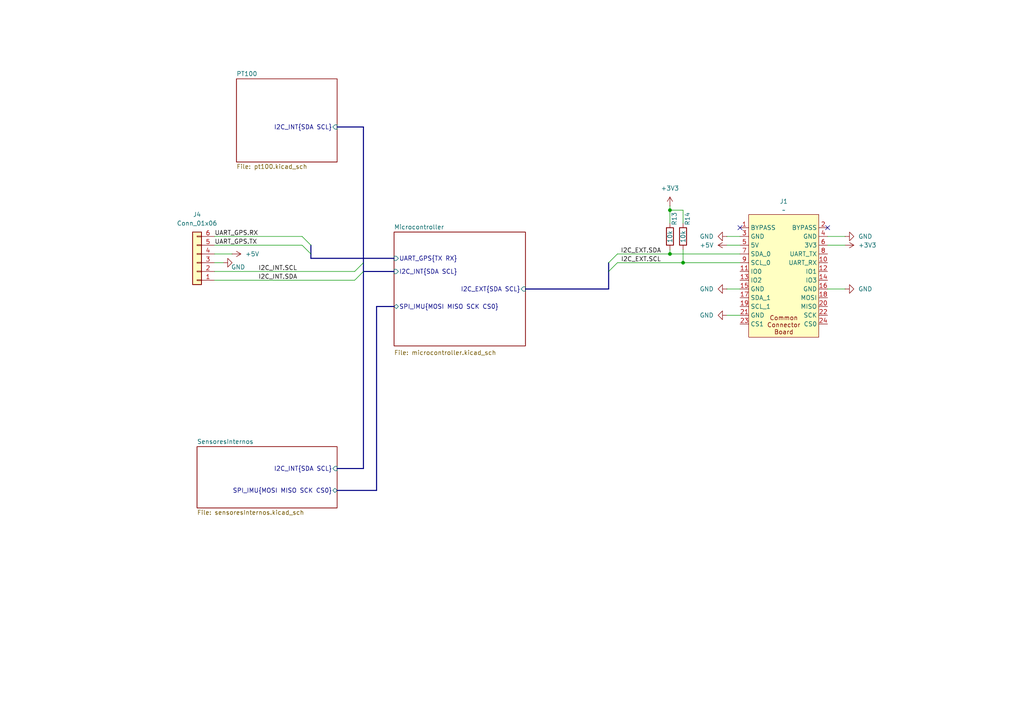
<source format=kicad_sch>
(kicad_sch (version 20250114) (generator "eeschema") (generator_version "9.0")
  (paper "A4")
  (lib_symbols
    (symbol "Connector_Generic:Conn_01x06" (pin_names (offset 1.016) (hide yes))
      (property "Reference" "J" (at 0 7.62 0))
      (property "Value" "Conn_01x06" (at 0 -10.16 0))
      (symbol "Conn_01x06_1_1"
        (rectangle (start -1.27 6.35) (end 1.27 -8.89) (stroke (width 0.254)) (fill (type background)))
        (rectangle (start -1.27 5.207) (end 0 4.953) (stroke (width 0.1524)))
        (rectangle (start -1.27 2.667) (end 0 2.413) (stroke (width 0.1524)))
        (rectangle (start -1.27 0.127) (end 0 -0.127) (stroke (width 0.1524)))
        (rectangle (start -1.27 -2.413) (end 0 -2.667) (stroke (width 0.1524)))
        (rectangle (start -1.27 -4.953) (end 0 -5.207) (stroke (width 0.1524)))
        (rectangle (start -1.27 -7.493) (end 0 -7.747) (stroke (width 0.1524)))
        (pin passive line (at -5.08 5.08 0) (length 3.81) (name "Pin_1") (number "1"))
        (pin passive line (at -5.08 2.54 0) (length 3.81) (name "Pin_2") (number "2"))
        (pin passive line (at -5.08 0 0) (length 3.81) (name "Pin_3") (number "3"))
        (pin passive line (at -5.08 -2.54 0) (length 3.81) (name "Pin_4") (number "4"))
        (pin passive line (at -5.08 -5.08 0) (length 3.81) (name "Pin_5") (number "5"))
        (pin passive line (at -5.08 -7.62 0) (length 3.81) (name "Pin_6") (number "6"))
      )
    )
    (symbol "Device:R" (pin_numbers (hide yes)) (pin_names (offset 0))
      (property "Reference" "R" (at 2.032 0 90))
      (property "Value" "R" (at 0 0 90))
      (symbol "R_0_1"
        (rectangle (start -1.016 -2.54) (end 1.016 2.54) (stroke (width 0.254)))
      )
      (symbol "R_1_1"
        (pin passive line (at 0 3.81 270) (length 1.27) (name "~") (number "1"))
        (pin passive line (at 0 -3.81 90) (length 1.27) (name "~") (number "2"))
      )
    )
    (symbol "IcaroLib:Conector_General_Tarjetas"
      (property "Reference" "J" (at -1.524 18.034 0))
      (symbol "Conector_General_Tarjetas_0_0"
        (pin power_out line (at -12.7 12.7 0) (length 2.54) (name "BYPASS") (number "1"))
        (pin power_in line (at -12.7 10.16 0) (length 2.54) (name "GND") (number "3"))
        (pin power_out line (at -12.7 7.62 0) (length 2.54) (name "5V") (number "5"))
        (pin bidirectional line (at -12.7 5.08 0) (length 2.54) (name "SDA_0") (number "7"))
        (pin bidirectional line (at -12.7 2.54 0) (length 2.54) (name "SCL_0") (number "9"))
        (pin bidirectional line (at -12.7 0 0) (length 2.54) (name "IO0") (number "11"))
        (pin bidirectional line (at -12.7 -2.54 0) (length 2.54) (name "IO2") (number "13"))
        (pin bidirectional line (at -12.7 -5.08 0) (length 2.54) (name "GND") (number "15"))
        (pin bidirectional line (at -12.7 -7.62 0) (length 2.54) (name "SDA_1") (number "17"))
        (pin bidirectional line (at -12.7 -10.16 0) (length 2.54) (name "SCL_1") (number "19"))
        (pin power_out line (at 12.7 12.7 180) (length 2.54) (name "BYPASS") (number "2"))
        (pin power_in line (at 12.7 10.16 180) (length 2.54) (name "GND") (number "4"))
        (pin power_out line (at 12.7 7.62 180) (length 2.54) (name "3V3") (number "6"))
        (pin bidirectional line (at 12.7 5.08 180) (length 2.54) (name "UART_TX") (number "8"))
        (pin bidirectional line (at 12.7 2.54 180) (length 2.54) (name "UART_RX") (number "10"))
        (pin bidirectional line (at 12.7 0 180) (length 2.54) (name "IO1") (number "12"))
        (pin bidirectional line (at 12.7 -2.54 180) (length 2.54) (name "IO3") (number "14"))
        (pin bidirectional line (at 12.7 -5.08 180) (length 2.54) (name "GND") (number "16"))
        (pin bidirectional line (at 12.7 -7.62 180) (length 2.54) (name "MOSI") (number "18"))
        (pin bidirectional line (at 12.7 -10.16 180) (length 2.54) (name "MISO") (number "20"))
      )
      (symbol "Conector_General_Tarjetas_0_1"
        (rectangle (start -10.16 16.51) (end 10.16 -19.05) (fill (type background)))
      )
      (symbol "Conector_General_Tarjetas_1_0"
        (pin bidirectional line (at -12.7 -12.7 0) (length 2.54) (name "GND") (number "21"))
        (pin bidirectional line (at -12.7 -15.24 0) (length 2.54) (name "CS1") (number "23"))
        (pin bidirectional line (at 12.7 -12.7 180) (length 2.54) (name "SCK") (number "22"))
        (pin bidirectional line (at 12.7 -15.24 180) (length 2.54) (name "CS0") (number "24"))
      )
      (symbol "Conector_General_Tarjetas_1_1"
        (text "Common\nConnector\nBoard" (at 0 -15.494 0) (effects (font (size 1.27 1.27))))
      )
    )
    (symbol "power:+3V3" (power) (pin_numbers (hide yes)) (pin_names (offset 0) (hide yes))
      (property "Value" "+3V3" (at 0 3.556 0))
      (symbol "+3V3_0_1"
        (polyline (pts (xy -0.762 1.27) (xy 0 2.54)))
        (polyline (pts (xy 0 2.54) (xy 0.762 1.27)))
        (polyline (pts (xy 0 0) (xy 0 2.54)))
      )
      (symbol "+3V3_1_1"
        (pin power_in line (at 0 0 90) (length 0) (name "~") (number "1"))
      )
    )
    (symbol "power:+5V" (power) (pin_numbers (hide yes)) (pin_names (offset 0) (hide yes))
      (property "Value" "+5V" (at 0 3.556 0))
      (symbol "+5V_0_1"
        (polyline (pts (xy -0.762 1.27) (xy 0 2.54)))
        (polyline (pts (xy 0 2.54) (xy 0.762 1.27)))
        (polyline (pts (xy 0 0) (xy 0 2.54)))
      )
      (symbol "+5V_1_1"
        (pin power_in line (at 0 0 90) (length 0) (name "~") (number "1"))
      )
    )
    (symbol "power:GND" (power) (pin_numbers (hide yes)) (pin_names (offset 0) (hide yes))
      (property "Value" "GND" (at 0 -3.81 0))
      (symbol "GND_0_1"
        (polyline (pts (xy 0 0) (xy 0 -1.27) (xy 1.27 -1.27) (xy 0 -2.54) (xy -1.27 -1.27) (xy 0 -1.27)))
      )
      (symbol "GND_1_1"
        (pin power_in line (at 0 0 270) (length 0) (name "~") (number "1"))
      )
    )
  )
  (junction (at 194.31 60.96))
  (junction (at 198.12 76.2))
  (junction (at 194.31 73.66))
  (no_connect (at 240.03 66.04))
  (no_connect (at 214.63 66.04))
  (bus_entry (at 90.17 71.12) (size -2.54 -2.54))
  (bus_entry (at 176.53 76.2) (size 2.54 -2.54))
  (bus_entry (at 176.53 78.74) (size 2.54 -2.54))
  (bus_entry (at 105.41 78.74) (size -2.54 2.54))
  (bus_entry (at 105.41 76.2) (size -2.54 2.54))
  (bus_entry (at 90.17 73.66) (size -2.54 -2.54))
  (bus (pts (xy 105.41 78.74) (xy 105.41 135.89)))
  (bus (pts (xy 97.79 135.89) (xy 105.41 135.89)))
  (wire (pts (xy 194.31 59.69) (xy 194.31 60.96)))
  (wire (pts (xy 210.82 68.58) (xy 214.63 68.58)))
  (bus (pts (xy 97.79 36.83) (xy 105.41 36.83)))
  (wire (pts (xy 210.82 83.82) (xy 214.63 83.82)))
  (wire (pts (xy 62.23 78.74) (xy 102.87 78.74)))
  (wire (pts (xy 62.23 73.66) (xy 67.31 73.66)))
  (wire (pts (xy 194.31 60.96) (xy 194.31 64.77)))
  (wire (pts (xy 210.82 91.44) (xy 214.63 91.44)))
  (bus (pts (xy 90.17 73.66) (xy 90.17 74.93)))
  (wire (pts (xy 198.12 64.77) (xy 198.12 60.96)))
  (wire (pts (xy 87.63 68.58) (xy 62.23 68.58)))
  (wire (pts (xy 194.31 72.39) (xy 194.31 73.66)))
  (wire (pts (xy 194.31 73.66) (xy 214.63 73.66)))
  (wire (pts (xy 198.12 60.96) (xy 194.31 60.96)))
  (bus (pts (xy 109.22 88.9) (xy 114.3 88.9)))
  (bus (pts (xy 105.41 78.74) (xy 114.3 78.74)))
  (wire (pts (xy 240.03 68.58) (xy 245.11 68.58)))
  (wire (pts (xy 62.23 76.2) (xy 64.77 76.2)))
  (bus (pts (xy 90.17 74.93) (xy 114.3 74.93)))
  (bus (pts (xy 152.4 83.82) (xy 176.53 83.82)))
  (bus (pts (xy 176.53 78.74) (xy 176.53 83.82)))
  (bus (pts (xy 105.41 78.74) (xy 105.41 76.2)))
  (bus (pts (xy 176.53 76.2) (xy 176.53 78.74)))
  (wire (pts (xy 240.03 83.82) (xy 245.11 83.82)))
  (bus (pts (xy 97.79 142.24) (xy 109.22 142.24)))
  (wire (pts (xy 179.07 73.66) (xy 194.31 73.66)))
  (wire (pts (xy 240.03 71.12) (xy 245.11 71.12)))
  (wire (pts (xy 62.23 81.28) (xy 102.87 81.28)))
  (wire (pts (xy 179.07 76.2) (xy 198.12 76.2)))
  (bus (pts (xy 105.41 36.83) (xy 105.41 76.2)))
  (wire (pts (xy 198.12 76.2) (xy 214.63 76.2)))
  (wire (pts (xy 62.23 71.12) (xy 87.63 71.12)))
  (wire (pts (xy 210.82 71.12) (xy 214.63 71.12)))
  (bus (pts (xy 90.17 71.12) (xy 90.17 73.66)))
  (bus (pts (xy 109.22 142.24) (xy 109.22 88.9)))
  (wire (pts (xy 198.12 72.39) (xy 198.12 76.2)))
  (label "UART_GPS.TX" (at 62.23 71.12 0))
  (label "I2C_INT.SDA" (at 74.93 81.28 0))
  (label "UART_GPS.RX" (at 62.23 68.58 0))
  (label "I2C_EXT.SCL" (at 191.77 76.2 180))
  (label "I2C_INT.SCL" (at 74.93 78.74 0))
  (label "I2C_EXT.SDA" (at 191.77 73.66 180))
  (symbol (lib_id "power:GND") (at 210.82 91.44 270) (unit 1)
    (property "Reference" "#PWR07" (effects (hide yes)))
    (property "Value" "GND" (at 207.01 91.4399 90) (effects (justify right)))
    (property "Description" "Power symbol creates a global label with name \"GND\" , ground" (effects (hide yes)))
  )
  (symbol (lib_id "power:GND") (at 245.11 68.58 90) (unit 1)
    (property "Reference" "#PWR03" (effects (hide yes)))
    (property "Value" "GND" (at 248.92 68.5799 90) (effects (justify right)))
    (property "Description" "Power symbol creates a global label with name \"GND\" , ground" (effects (hide yes)))
  )
  (symbol (lib_id "Connector_Generic:Conn_01x06") (at 57.15 76.2 180) (unit 1)
    (property "Reference" "J4" (at 57.15 62.23 0))
    (property "Value" "Conn_01x06" (at 57.15 64.77 0))
    (property "Footprint" "Connector_JST:JST_ZH_S6B-ZR-SM4A-TF_1x06-1MP_P1.50mm_Horizontal" (effects (hide yes)))
    (property "Description" "Generic connector, single row, 01x06, script generated (kicad-library-utils/schlib/autogen/connector/)" (effects (hide yes)))
  )
  (symbol (lib_id "power:GND") (at 245.11 83.82 90) (unit 1)
    (property "Reference" "#PWR06" (effects (hide yes)))
    (property "Value" "GND" (at 248.92 83.8199 90) (effects (justify right)))
    (property "Description" "Power symbol creates a global label with name \"GND\" , ground" (effects (hide yes)))
  )
  (symbol (lib_id "power:GND") (at 64.77 76.2 90) (mirror x) (unit 1)
    (property "Reference" "#PWR041" (effects (hide yes)))
    (property "Value" "GND" (at 71.12 77.47 90) (effects (justify left)))
  )
  (symbol (lib_id "IcaroLib:Conector_General_Tarjetas") (at 227.33 78.74 0) (unit 1)
    (property "Reference" "J1" (at 227.33 58.42 0))
    (property "Value" "~" (at 227.33 60.96 0))
    (property "Footprint" "IcaroFootprints:Connector_Icaro_Edge_tarjeta" (effects (hide yes)))
  )
  (symbol (lib_id "power:+5V") (at 67.31 73.66 270) (unit 1)
    (property "Reference" "#PWR040" (effects (hide yes)))
    (property "Value" "+5V" (at 71.12 73.6599 90) (effects (justify left)))
    (property "Description" "Power symbol creates a global label with name \"+5V\"" (effects (hide yes)))
  )
  (symbol (lib_id "power:GND") (at 210.82 83.82 270) (unit 1)
    (property "Reference" "#PWR05" (effects (hide yes)))
    (property "Value" "GND" (at 207.01 83.8199 90) (effects (justify right)))
    (property "Description" "Power symbol creates a global label with name \"GND\" , ground" (effects (hide yes)))
  )
  (symbol (lib_id "Device:R") (at 198.12 68.58 180) (unit 1)
    (property "Reference" "R14" (at 199.39 65.405 90) (effects (justify right)))
    (property "Value" "10k" (at 198.12 70.485 90) (effects (justify right)))
    (property "Footprint" "Resistor_SMD:R_0603_1608Metric_Pad0.98x0.95mm_HandSolder" (effects (hide yes)))
  )
  (symbol (lib_id "power:+5V") (at 210.82 71.12 90) (unit 1)
    (property "Reference" "#PWR04" (effects (hide yes)))
    (property "Value" "+5V" (at 207.01 71.1199 90) (effects (justify left)))
    (property "Description" "Power symbol creates a global label with name \"+5V\"" (effects (hide yes)))
  )
  (symbol (lib_id "power:+3V3") (at 245.11 71.12 270) (unit 1)
    (property "Reference" "#PWR01" (effects (hide yes)))
    (property "Value" "+3V3" (at 248.92 71.1199 90) (effects (justify left)))
    (property "Description" "Power symbol creates a global label with name \"+3V3\"" (effects (hide yes)))
  )
  (symbol (lib_id "Device:R") (at 194.31 68.58 180) (unit 1)
    (property "Reference" "R13" (at 195.58 65.405 90) (effects (justify right)))
    (property "Value" "10k" (at 194.31 70.485 90) (effects (justify right)))
    (property "Footprint" "Resistor_SMD:R_0603_1608Metric_Pad0.98x0.95mm_HandSolder" (effects (hide yes)))
  )
  (symbol (lib_id "power:+3V3") (at 194.31 59.69 0) (unit 1)
    (property "Reference" "#PWR043" (effects (hide yes)))
    (property "Value" "+3V3" (at 194.31 54.61 0))
    (property "Description" "Power symbol creates a global label with name \"+3V3\"" (effects (hide yes)))
  )
  (symbol (lib_id "power:GND") (at 210.82 68.58 270) (unit 1)
    (property "Reference" "#PWR02" (effects (hide yes)))
    (property "Value" "GND" (at 207.01 68.5799 90) (effects (justify right)))
    (property "Description" "Power symbol creates a global label with name \"GND\" , ground" (effects (hide yes)))
  )
  (sheet (at 68.58 22.86) (size 29.21 24.13) (stroke (width 0.1524))
    (property "Sheetname" "PT100" (at 68.58 22.1484 0) (effects (justify left bottom)))
    (property "Sheetfile" "pt100.kicad_sch" (at 68.58 47.5746 0) (effects (justify left top)))
    (pin "I2C_INT{SDA SCL}" input (at 97.79 36.83 0))
  )
  (sheet (at 114.3 67.31) (size 38.1 33.02) (stroke (width 0.1524))
    (property "Sheetname" "Microcontroller" (at 114.3 66.5984 0) (effects (justify left bottom)))
    (property "Sheetfile" "microcontroller.kicad_sch" (at 114.3 101.5496 0) (effects (justify left top)))
    (pin "I2C_INT{SDA SCL}" input (at 114.3 78.74 180))
    (pin "SPI_IMU{MOSI MISO SCK CS0}" bidirectional (at 114.3 88.9 180))
    (pin "I2C_EXT{SDA SCL}" input (at 152.4 83.82 0))
    (pin "UART_GPS{TX RX}" input (at 114.3 74.93 180))
  )
  (sheet (at 57.15 129.54) (size 40.64 17.78) (stroke (width 0.1524))
    (property "Sheetname" "SensoresInternos" (at 57.15 128.8284 0) (effects (justify left bottom)))
    (property "Sheetfile" "sensoresInternos.kicad_sch" (at 57.15 147.9046 0) (effects (justify left top)))
    (pin "I2C_INT{SDA SCL}" input (at 97.79 135.89 0))
    (pin "SPI_IMU{MOSI MISO SCK CS0}" bidirectional (at 97.79 142.24 0))
  )
)
</source>
